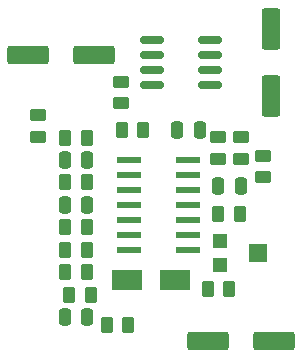
<source format=gbr>
%TF.GenerationSoftware,KiCad,Pcbnew,(6.0.7-1)-1*%
%TF.CreationDate,2023-04-05T16:12:29-04:00*%
%TF.ProjectId,Seth'sEMG,53657468-2773-4454-9d47-2e6b69636164,rev?*%
%TF.SameCoordinates,Original*%
%TF.FileFunction,Paste,Top*%
%TF.FilePolarity,Positive*%
%FSLAX46Y46*%
G04 Gerber Fmt 4.6, Leading zero omitted, Abs format (unit mm)*
G04 Created by KiCad (PCBNEW (6.0.7-1)-1) date 2023-04-05 16:12:29*
%MOMM*%
%LPD*%
G01*
G04 APERTURE LIST*
G04 Aperture macros list*
%AMRoundRect*
0 Rectangle with rounded corners*
0 $1 Rounding radius*
0 $2 $3 $4 $5 $6 $7 $8 $9 X,Y pos of 4 corners*
0 Add a 4 corners polygon primitive as box body*
4,1,4,$2,$3,$4,$5,$6,$7,$8,$9,$2,$3,0*
0 Add four circle primitives for the rounded corners*
1,1,$1+$1,$2,$3*
1,1,$1+$1,$4,$5*
1,1,$1+$1,$6,$7*
1,1,$1+$1,$8,$9*
0 Add four rect primitives between the rounded corners*
20,1,$1+$1,$2,$3,$4,$5,0*
20,1,$1+$1,$4,$5,$6,$7,0*
20,1,$1+$1,$6,$7,$8,$9,0*
20,1,$1+$1,$8,$9,$2,$3,0*%
G04 Aperture macros list end*
%ADD10RoundRect,0.250000X0.450000X-0.262500X0.450000X0.262500X-0.450000X0.262500X-0.450000X-0.262500X0*%
%ADD11RoundRect,0.250000X0.262500X0.450000X-0.262500X0.450000X-0.262500X-0.450000X0.262500X-0.450000X0*%
%ADD12RoundRect,0.250000X-0.450000X0.262500X-0.450000X-0.262500X0.450000X-0.262500X0.450000X0.262500X0*%
%ADD13RoundRect,0.250000X0.550000X-1.500000X0.550000X1.500000X-0.550000X1.500000X-0.550000X-1.500000X0*%
%ADD14RoundRect,0.041300X-0.933700X-0.253700X0.933700X-0.253700X0.933700X0.253700X-0.933700X0.253700X0*%
%ADD15R,1.200000X1.200000*%
%ADD16R,1.500000X1.600000*%
%ADD17R,2.500000X1.800000*%
%ADD18RoundRect,0.150000X0.825000X0.150000X-0.825000X0.150000X-0.825000X-0.150000X0.825000X-0.150000X0*%
%ADD19RoundRect,0.250000X-1.500000X-0.550000X1.500000X-0.550000X1.500000X0.550000X-1.500000X0.550000X0*%
%ADD20RoundRect,0.250000X-0.262500X-0.450000X0.262500X-0.450000X0.262500X0.450000X-0.262500X0.450000X0*%
%ADD21RoundRect,0.250000X0.250000X0.475000X-0.250000X0.475000X-0.250000X-0.475000X0.250000X-0.475000X0*%
%ADD22RoundRect,0.250000X-0.250000X-0.475000X0.250000X-0.475000X0.250000X0.475000X-0.250000X0.475000X0*%
G04 APERTURE END LIST*
D10*
%TO.C,R11*%
X163195000Y-106592500D03*
X163195000Y-104767500D03*
%TD*%
D11*
%TO.C,R15*%
X153670000Y-120650000D03*
X151845000Y-120650000D03*
%TD*%
D12*
%TO.C,R9*%
X146050000Y-102870000D03*
X146050000Y-104695000D03*
%TD*%
D13*
%TO.C,C6*%
X165735000Y-101225000D03*
X165735000Y-95625000D03*
%TD*%
D14*
%TO.C,U1*%
X153730000Y-106680000D03*
X153730000Y-107950000D03*
X153730000Y-109220000D03*
X153730000Y-110490000D03*
X153730000Y-111760000D03*
X153730000Y-113030000D03*
X153730000Y-114300000D03*
X158690000Y-114300000D03*
X158690000Y-113030000D03*
X158690000Y-111760000D03*
X158690000Y-110490000D03*
X158690000Y-109220000D03*
X158690000Y-107950000D03*
X158690000Y-106680000D03*
%TD*%
D12*
%TO.C,R10*%
X165100000Y-106315000D03*
X165100000Y-108140000D03*
%TD*%
D15*
%TO.C,RV1*%
X161395000Y-113570000D03*
D16*
X164645000Y-114570000D03*
D15*
X161395000Y-115570000D03*
%TD*%
D17*
%TO.C,D1*%
X153575000Y-116840000D03*
X157575000Y-116840000D03*
%TD*%
D18*
%TO.C,U2*%
X160590000Y-100330000D03*
X160590000Y-99060000D03*
X160590000Y-97790000D03*
X160590000Y-96520000D03*
X155640000Y-96520000D03*
X155640000Y-97790000D03*
X155640000Y-99060000D03*
X155640000Y-100330000D03*
%TD*%
D10*
%TO.C,R12*%
X161290000Y-106592500D03*
X161290000Y-104767500D03*
%TD*%
D19*
%TO.C,C8*%
X145155000Y-97790000D03*
X150755000Y-97790000D03*
%TD*%
%TO.C,C9*%
X160395000Y-122000000D03*
X165995000Y-122000000D03*
%TD*%
D11*
%TO.C,R5*%
X150137500Y-108575000D03*
X148312500Y-108575000D03*
%TD*%
D20*
%TO.C,R6*%
X148312500Y-104775000D03*
X150137500Y-104775000D03*
%TD*%
D21*
%TO.C,C1*%
X150175000Y-120005000D03*
X148275000Y-120005000D03*
%TD*%
%TO.C,C4*%
X159700000Y-104140000D03*
X157800000Y-104140000D03*
%TD*%
D10*
%TO.C,R7*%
X153035000Y-101877500D03*
X153035000Y-100052500D03*
%TD*%
D20*
%TO.C,R4*%
X148670000Y-118110000D03*
X150495000Y-118110000D03*
%TD*%
%TO.C,R14*%
X160377500Y-117555000D03*
X162202500Y-117555000D03*
%TD*%
%TO.C,R13*%
X161290000Y-111205000D03*
X163115000Y-111205000D03*
%TD*%
D11*
%TO.C,R8*%
X154940000Y-104140000D03*
X153115000Y-104140000D03*
%TD*%
D21*
%TO.C,C3*%
X163190000Y-108855000D03*
X161290000Y-108855000D03*
%TD*%
D20*
%TO.C,R1*%
X148312500Y-116195000D03*
X150137500Y-116195000D03*
%TD*%
D22*
%TO.C,C2*%
X148275000Y-106680000D03*
X150175000Y-106680000D03*
%TD*%
D21*
%TO.C,C5*%
X150175000Y-110480000D03*
X148275000Y-110480000D03*
%TD*%
D20*
%TO.C,R2*%
X148312500Y-114290000D03*
X150137500Y-114290000D03*
%TD*%
D11*
%TO.C,R3*%
X150137500Y-112385000D03*
X148312500Y-112385000D03*
%TD*%
M02*

</source>
